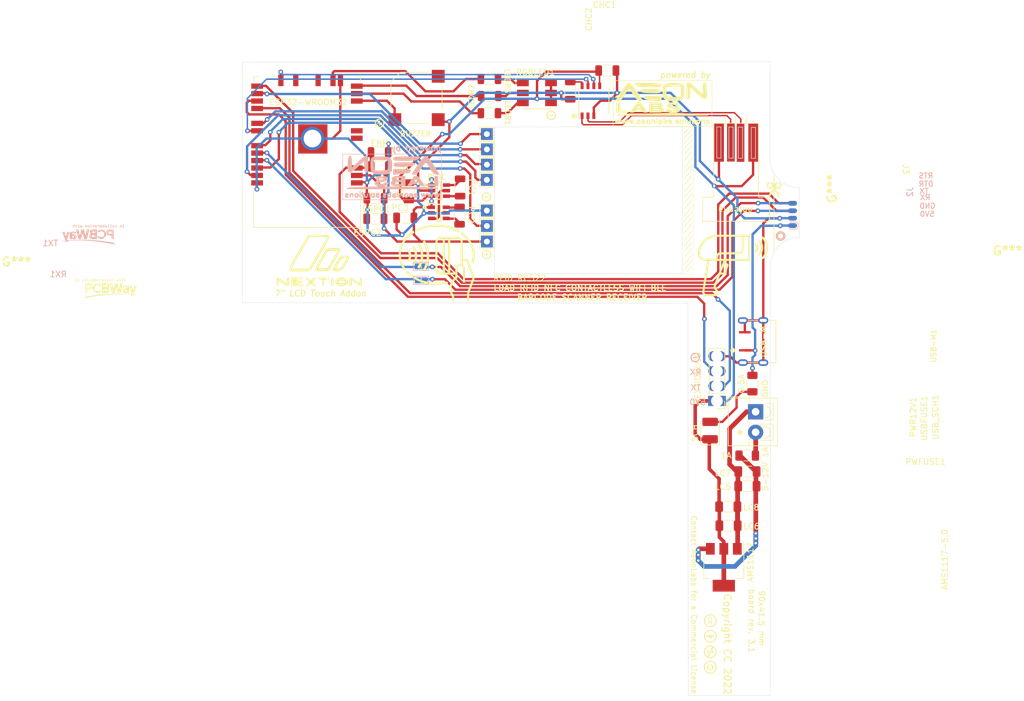
<source format=kicad_pcb>
(kicad_pcb (version 20211014) (generator pcbnew)
  (layers (0 "F.Cu" signal) (31 "B.Cu" signal) (34 "B.Paste" user) (35 "F.Paste" user) (36 "B.SilkS" user "B.Silkscreen") (37 "F.SilkS" user "F.Silkscreen") (38 "B.Mask" user) (39 "F.Mask" user) (44 "Edge.Cuts" user))
  (net 0 "")
  (net 1 "Net-(HX4002B1-Pad4)")
  (net 2 "Net-(HX4002B1-Pad6)")
  (net 3 "Net-(HX4002B2-Pad4)")
  (net 4 "Net-(HX4002B2-Pad6)")
  (net 5 "/GND")
  (net 6 "/5V0")
  (net 7 "/3V3")
  (net 8 "/IO01TX")
  (net 9 "Net-(LEDR1-Pad1)")
  (net 10 "Net-(LEDR2-Pad1)")
  (net 11 "Net-(LEDR3-Pad1)")
  (net 12 "/IO0_BOOT_DTR")
  (net 14 "/RST_EN_RTS")
  (net 15 "/IO03RX")
  (net 16 "/IO16_U2RX_NexTX")
  (net 17 "/IO17_U2TX_NexRX")
  (net 18 "/IO04_RF_SDA")
  (net 37 "Net-(AMS1117-5.0-Pad3)")
  (net 38 "/TX_IN")
  (net 39 "/RX_IN")
  (net 41 "/IO14_LED_BLUE")
  (net 42 "/IO12_LED_RED")
  (net 43 "/IO13_LED_GREEN")
  (net 44 "Net-(CH340K1-Pad1)")
  (net 45 "/IO18_RF_SCK")
  (net 46 "Net-(CH340K1-Pad2)")
  (net 47 "/IO21_RF_MISO")
  (net 48 "/IO22_RF_RST")
  (net 49 "/IO23_RF_MOSI")
  (net 50 "/IO27_BUZZER")
  (net 53 "Net-(AMS1117-5.0-Pad1)")
  (net 55 "/5V0F")
  (net 56 "Net-(USBFUSE1-Pad1)")
  (net 58 "/IO15_U1_RX")
  (net 60 "/IO19_U1_TX")
  (net 61 "Net-(CH340K1-Pad10)")
  (net 62 "Net-(PWFUSE1-Pad1)")
  (footprint "TestPoint:TestPoint_THTPad_2.0x2.0mm_Drill1.0mm" (layer "F.Cu") (at 179.54 67.62 180)
    (fp_text reference "ID3V3" hide)
    (fp_text value "RFID3v3")
  )
  (footprint "TestPoint:TestPoint_THTPad_2.0x2.0mm_Drill1.0mm" (layer "F.Cu") (at 179.53 62.33 180)
    (fp_text reference "IDGND1" hide)
    (fp_text value "RFIDGND")
  )
  (footprint "TestPoint:TestPoint_THTPad_2.0x2.0mm_Drill1.0mm" (layer "F.Cu") (at 179.53 57.09 180)
    (fp_text reference "IDMISO1" hide)
    (fp_text value "RFIDMISO")
  )
  (footprint "TestPoint:TestPoint_THTPad_2.0x2.0mm_Drill1.0mm" (layer "F.Cu") (at 179.54 54.49 180)
    (fp_text reference "IDMOSI1" hide)
    (fp_text value "RFIDMOSI")
  )
  (footprint "TestPoint:TestPoint_THTPad_2.0x2.0mm_Drill1.0mm" (layer "F.Cu") (at 179.54 64.97 180)
    (fp_text reference "IDRST1" hide)
    (fp_text value "RFIDRST")
  )
  (footprint "TestPoint:TestPoint_THTPad_2.0x2.0mm_Drill1.0mm" (layer "F.Cu") (at 179.54 51.88 180)
    (fp_text reference "IDSCK1" hide)
    (fp_text value "RFIDSCK")
  )
  (footprint "TestPoint:TestPoint_THTPad_2.0x2.0mm_Drill1.0mm" (layer "F.Cu") (at 179.53 49.28 180)
    (fp_text reference "IDSDA1" hide)
    (fp_text value "RFIDSDA")
  )
  (footprint "LED_SMD:LED_RGB_5050-6" (layer "F.Cu") (at 188.08 42.26)
    (fp_text reference "RGBLED1")
    (fp_text value "LED_RGB")
  )
  (footprint "AeonLabs:Micro_USB_pcb_socket_5pin_4weld_points" (layer "F.Cu") (at 225.67 84.86 90)
    (fp_text reference "USB-M1")
    (fp_text value "USB-M")
  )
  (footprint "Connector_PinHeader_2.54mm:PinHeader_1x04_P2.54mm_Vertical" (layer "F.Cu") (at 218.78 94.82 180)
    (fp_text reference "J1" hide)
    (fp_text value "Conn_01x04_Male")
  )
  (footprint "AeonLabs:pcbWay Logo Collab" (layer "F.Cu") (at 114.59 75.59)
    (fp_text reference "G***")
    (fp_text value "LOGO" hide)
  )
  (footprint "Capacitor_SMD:C_1206_3216Metric_Pad1.33x1.80mm_HandSolder" (layer "F.Cu") (at 220.75 116.11)
    (fp_text reference "LC6")
    (fp_text value "22uF")
  )
  (footprint "Capacitor_SMD:C_1206_3216Metric" (layer "F.Cu") (at 160.54 60.235 180)
    (fp_text reference "ESPC1")
    (fp_text value "0.1uF")
  )
  (footprint "Resistor_SMD:R_1206_3216Metric" (layer "F.Cu") (at 180.02 42.78 180)
    (fp_text reference "LEDR2")
    (fp_text value "330R")
  )
  (footprint "Capacitor_SMD:C_1206_3216Metric" (layer "F.Cu") (at 166.23 59.05 90)
    (fp_text reference "PC4")
    (fp_text value "2.2uF")
  )
  (footprint "AeonLabs:nextion logo_small" (layer "F.Cu") (at 150.95 70.87)
    (fp_text reference "G***" hide)
    (fp_text value "LOGO" hide)
  )
  (footprint "Capacitor_SMD:C_1206_3216Metric_Pad1.33x1.80mm_HandSolder" (layer "F.Cu") (at 220.71 112.87)
    (fp_text reference "LC8")
    (fp_text value "100nF")
  )
  (footprint "AeonLabs:scissors" (layer "F.Cu") (at 228.507979 58.712685 -90)
    (fp_text reference "G***")
    (fp_text value "LOGO" hide)
  )
  (footprint "Capacitor_SMD:C_1206_3216Metric" (layer "F.Cu") (at 193.76 41.85 -90)
    (fp_text reference "CHC2")
    (fp_text value "100nF")
  )
  (footprint "AeonLabs:BarCode Scanner Wireless Receiver PCB Module" (layer "F.Cu") (at 222.59 55.07 -90)
    (fp_text reference "J3")
    (fp_text value "Conn_01x04_Male")
    (fp_line (start -1.67 -0.545) (end -1.67 0.165) (layer "Edge.Cuts") (width 0.12))
    (fp_line (start -6.95 -2.76) (end -6.95 -2.05) (layer "Edge.Cuts") (width 0.12))
    (fp_line (start -6.98 -0.54) (end -6.98 0.17) (layer "Edge.Cuts") (width 0.12))
    (fp_line (start -6.98 0.17) (end -1.67 0.17) (layer "Edge.Cuts") (width 0.12))
    (fp_line (start -7.01 3.125) (end -1.7 3.125) (layer "Edge.Cuts") (width 0.12))
    (fp_line (start -7.01 3.13) (end -7.01 3.84) (layer "Edge.Cuts") (width 0.12))
    (fp_line (start -1.7 3.125) (end -1.7 3.835) (layer "Edge.Cuts") (width 0.12))
    (fp_line (start -6.98 -0.545) (end -1.67 -0.545) (layer "Edge.Cuts") (width 0.12))
    (fp_line (start -7.01 3.84) (end -1.7 3.84) (layer "Edge.Cuts") (width 0.12))
    (fp_line (start -1.64 -2.765) (end -1.64 -2.055) (layer "Edge.Cuts") (width 0.12))
    (fp_line (start -6.95 -2.765) (end -1.64 -2.765) (layer "Edge.Cuts") (width 0.12))
    (fp_line (start -6.95 -2.05) (end -1.64 -2.05) (layer "Edge.Cuts") (width 0.12))
    (fp_line (start -6.99 1.07) (end -6.99 1.78) (layer "Edge.Cuts") (width 0.12))
    (fp_line (start -6.99 1.065) (end -1.68 1.065) (layer "Edge.Cuts") (width 0.12))
    (fp_line (start -6.99 1.78) (end -1.68 1.78) (layer "Edge.Cuts") (width 0.12))
    (fp_line (start -1.68 1.065) (end -1.68 1.775) (layer "Edge.Cuts") (width 0.12))
  )
  (footprint "Capacitor_SMD:C_1206_3216Metric" (layer "F.Cu") (at 165.62 63.57 180)
    (fp_text reference "PC3")
    (fp_text value "2.2uF")
  )
  (footprint "Capacitor_SMD:C_1206_3216Metric" (layer "F.Cu") (at 161.27 54.795 180)
    (fp_text reference "ESP_EN_C1" hide)
    (fp_text value "0.1uF")
  )
  (footprint "Package_SO:SSOP-10_3.9x4.9mm_P1.00mm" (layer "F.Cu") (at 197.78 43.6 90)
    (fp_text reference "CH340K1" hide)
    (fp_text value "CH340K1")
  )
  (footprint "Capacitor_SMD:C_1206_3216Metric" (layer "F.Cu") (at 174.97 58.39 -90)
    (fp_text reference "PC1")
    (fp_text value "2.2uF")
  )
  (footprint "AeonLabs:Contactless RFID" (layer "F.Cu") (at 170.99 71.22)
    (fp_text reference "G***")
    (fp_text value "LOGO" hide)
  )
  (footprint "AeonLabs:HX4002 SOT95 P280X125-6N" (layer "F.Cu") (at 171.36 58.95)
    (fp_text reference "HX4002B1" hide)
    (fp_text value "PWIC" hide)
  )
  (footprint "AeonLabs:HX4002 SOT95 P280X125-6N" (layer "F.Cu") (at 171.31 62.74)
    (fp_text reference "HX4002B2" hide)
    (fp_text value "PWIC1" hide)
  )
  (footprint "AeonLabs:aeon logo www" (layer "F.Cu") (at 209.5 44.007666)
    (fp_text reference "G***" hide)
    (fp_text value "LOGO" hide)
  )
  (footprint "TerminalBlock_4Ucon:TerminalBlock_4Ucon_1x02_P3.50mm_Vertical" (layer "F.Cu") (at 225.37 96.67 -90)
    (fp_text reference "PWR12V1")
    (fp_text value "PWR12V")
  )
  (footprint "Resistor_SMD:R_1206_3216Metric" (layer "F.Cu") (at 179.98 39.88 180)
    (fp_text reference "LEDR3")
    (fp_text value "330R")
  )
  (footprint "MountingHole:MountingHole_3.2mm_M3_DIN965" (layer "F.Cu") (at 224.95 39.86)
    (fp_text reference "H3" hide)
    (fp_text value "MountingHole")
  )
  (footprint "Buzzer_Beeper:MagneticBuzzer_Kobitone_254-EMB84Q-RO" (layer "F.Cu") (at 167.54 43.11 90)
    (fp_text reference "BUZZER1" hide)
    (fp_text value "Buzzer")
  )
  (footprint "Capacitor_SMD:C_1206_3216Metric_Pad1.33x1.80mm_HandSolder" (layer "F.Cu") (at 223.97 109.37)
    (fp_text reference "LC5")
    (fp_text value "22uF")
  )
  (footprint "AeonLabs:aeon creative commons logos" (layer "F.Cu") (at 217.69 136.29 -90)
    (fp_text reference "G***" hide)
    (fp_text value "LOGO" hide)
  )
  (footprint "Capacitor_SMD:C_1206_3216Metric_Pad1.33x1.80mm_HandSolder" (layer "F.Cu") (at 223.98 106.87)
    (fp_text reference "LC7")
    (fp_text value "100nF")
  )
  (footprint "Capacitor_SMD:C_1206_3216Metric" (layer "F.Cu") (at 200.08 38.43)
    (fp_text reference "CHC1")
    (fp_text value "100nF")
  )
  (footprint "Resistor_SMD:R_1206_3216Metric" (layer "F.Cu") (at 179.97 45.71 180)
    (fp_text reference "LEDR1")
    (fp_text value "330R")
  )
  (footprint "Diode_SMD:D_1210_3225Metric_Pad1.42x2.65mm_HandSolder" (layer "F.Cu") (at 217.61 99.8775 90)
    (fp_text reference "USB_SCH1")
    (fp_text value "D_Schottky")
  )
  (footprint "Fuse:Fuse_1206_3216Metric" (layer "F.Cu") (at 223.94 104.15 180)
    (fp_text reference "PWFUSE1")
    (fp_text value "1A")
  )
  (footprint "Capacitor_SMD:C_1206_3216Metric" (layer "F.Cu") (at 160.52 63.735 180)
    (fp_text reference "ESPC2")
    (fp_text value "22uF")
  )
  (footprint "MountingHole:MountingHole_3.2mm_M3_DIN965" (layer "F.Cu") (at 224.98 141.19)
    (fp_text reference "H1" hide)
    (fp_text value "MountingHole")
  )
  (footprint "Package_TO_SOT_SMD:SOT-223-3_TabPin2" (layer "F.Cu") (at 219.95 123.21 -90)
    (fp_text reference "AMS1117-5.0")
    (fp_text value "AMS1117-5.0")
  )
  (footprint "Resistor_SMD:R_1206_3216Metric" (layer "F.Cu") (at 161.24 52.375 180)
    (fp_text reference "ENR1" hide)
    (fp_text value "10k")
  )
  (footprint "Capacitor_SMD:C_1206_3216Metric" (layer "F.Cu") (at 174.88 63.19 -90)
    (fp_text reference "PC2")
    (fp_text value "2.2uF")
  )
  (footprint "AeonLabs:Barcode Scanner WiFi Logo" (layer "F.Cu") (at 221.51 71.69)
    (fp_text reference "G***")
    (fp_text value "LOGO" hide)
  )
  (footprint "RF_Module:ESP32-WROOM-32" (layer "F.Cu") (at 148.85 49.35 180)
    (fp_text reference "ESP32-WROOM32")
    (fp_text value "ESP32-WROOM-32")
  )
  (footprint "Fuse:Fuse_1206_3216Metric" (layer "F.Cu") (at 224.83 91.86 90)
    (fp_text reference "USBFUSE1")
    (fp_text value "0.5A")
  )
  (footprint "TestPoint:TestPoint_Pad_Bridge_1.0x1.0mm" (layer "B.Cu") (at 168.89 74.24 180)
    (fp_text reference "RX1")
    (fp_text value "RX1")
  )
  (footprint "TestPoint:TestPoint_Pad_Bridge_1.0x1.0mm" (layer "B.Cu") (at 168.885 71.86 180)
    (fp_text reference "TX1")
    (fp_text value "TX1")
  )
  (footprint "Connector:SOIC_clipProgSmall" (layer "B.Cu") (at 232.42 62.99 -90)
    (fp_text reference "J2")
    (fp_text value "Conn_01x08_Male")
  )
  (footprint "AeonLabs:aeon logo www" (layer "B.Cu") (at 163.380001 56.547666 180)
    (fp_text reference "G***" hide)
    (fp_text value "LOGO" hide)
  )
  (footprint "AeonLabs:pcbWay Logo Collab" (layer "B.Cu") (at 112.34 66.39 180)
    (fp_text reference "G***")
    (fp_text value "LOGO" hide)
  )
  (gr_circle (center 229.640635 66.68) (end 230.27 66.68) (layer "B.SilkS") (width 0.4) (fill none))
  (gr_circle (center 215.07 87.42) (end 214.355077 87.4) (layer "B.SilkS") (width 0.2) (fill none))
  (gr_line (start 213.145 68.335) (end 214.585 66.715) (layer "F.SilkS") (width 0.1))
  (gr_line (start 212.86 48.04) (end 214.84 48.04) (layer "F.SilkS") (width 0.05))
  (gr_circle (center 179.48 69.845202) (end 180.194923 69.825202) (layer "F.SilkS") (width 0.2) (fill none))
  (gr_line (start 213.275 62.035) (end 214.545 60.515) (layer "F.SilkS") (width 0.1))
  (gr_line (start 214.84 48.04) (end 214.83 73.07) (layer "F.SilkS") (width 0.05))
  (gr_circle (center 194.44 46.19) (end 194.68 46.2) (layer "F.SilkS") (width 0.4) (fill none))
  (gr_circle (center 221.47 86.19) (end 221.68587 86.19) (layer "F.SilkS") (width 0.4) (fill none))
  (gr_line (start 213.175 60.065) (end 214.615 58.445) (layer "F.SilkS") (width 0.1))
  (gr_line (start 213.175 55.075) (end 214.605 53.365) (layer "F.SilkS") (width 0.1))
  (gr_circle (center 190.504798 46.09) (end 189.789875 46.11) (layer "F.SilkS") (width 0.2) (fill none))
  (gr_line (start 213.13 50.97) (end 214.56 49.26) (layer "F.SilkS") (width 0.1))
  (gr_line (start 213.1 51.85) (end 214.54 50.23) (layer "F.SilkS") (width 0.1))
  (gr_line (start 213.345 60.925) (end 214.605 59.415) (layer "F.SilkS") (width 0.1))
  (gr_line (start 213.245 70.305) (end 214.515 68.785) (layer "F.SilkS") (width 0.1))
  (gr_line (start 213.59 72.83) (end 214.525 71.845) (layer "F.SilkS") (width 0.1))
  (gr_line (start 213.17 49.99) (end 214.61 48.37) (layer "F.SilkS") (width 0.1))
  (gr_line (start 228.51 69.13) (end 228.51 56.38) (layer "F.SilkS") (width 0.12))
  (gr_line (start 213.27 52.71) (end 214.53 51.2) (layer "F.SilkS") (width 0.1))
  (gr_line (start 213.175 67.455) (end 214.605 65.745) (layer "F.SilkS") (width 0.1))
  (gr_line (start 213.145 55.955) (end 214.585 54.335) (layer "F.SilkS") (width 0.1))
  (gr_line (start 213.08 49.2) (end 213.98 48.29) (layer "F.SilkS") (width 0.1))
  (gr_line (start 213.315 56.815) (end 214.575 55.305) (layer "F.SilkS") (width 0.1))
  (gr_line (start 223.8 47.29) (end 223.8 46.29) (layer "F.SilkS") (width 0.12))
  (gr_line (start 213.205 59.185) (end 214.635 57.475) (layer "F.SilkS") (width 0.1))
  (gr_circle (center 222.71 100.21) (end 222.92587 100.21) (layer "F.SilkS") (width 0.4) (fill none))
  (gr_line (start 213.105 64.185) (end 214.545 62.565) (layer "F.SilkS") (width 0.1))
  (gr_line (start 213.2 53.82) (end 214.47 52.3) (layer "F.SilkS") (width 0.1))
  (gr_line (start 213.275 65.045) (end 214.535 63.535) (layer "F.SilkS") (width 0.1))
  (gr_line (start 220.2 48.32) (end 220.2 46.29) (layer "F.SilkS") (width 0.12))
  (gr_line (start 212.84 73.07) (end 214.83 73.07) (layer "F.SilkS") (width 0.05))
  (gr_line (start 213.315 69.195) (end 214.575 67.685) (layer "F.SilkS") (width 0.1))
  (gr_circle (center 179.46 60.015202) (end 178.745077 60.035202) (layer "F.SilkS") (width 0.2) (fill none))
  (gr_line (start 213.135 63.305) (end 214.565 61.595) (layer "F.SilkS") (width 0.1))
  (gr_line (start 213.125 71.615) (end 214.555 69.905) (layer "F.SilkS") (width 0.1))
  (gr_line (start 213.245 57.925) (end 214.515 56.405) (layer "F.SilkS") (width 0.1))
  (gr_line (start 221.97 47.31) (end 221.97 46.31) (layer "F.SilkS") (width 0.12))
  (gr_line (start 213.205 66.155) (end 214.475 64.635) (layer "F.SilkS") (width 0.1))
  (gr_line (start 213.095 72.495) (end 214.535 70.875) (layer "F.SilkS") (width 0.1))
  (gr_circle (center 161.254798 47.41) (end 161.969721 47.39) (layer "F.SilkS") (width 0.2) (fill none))
  (gr_line (start 137.83 36.99) (end 137.83 78.06) (layer "Edge.Cuts") (width 0.05))
  (gr_line (start 232.82 58.44) (end 232.84 66.92) (layer "Edge.Cuts") (width 0.05))
  (gr_line (start 180.84 73.06) (end 180.83 48.05) (layer "Edge.Cuts") (width 0.05))
  (gr_line (start 213.87 145.095) (end 213.83 78.1) (layer "Edge.Cuts") (width 0.05))
  (gr_line (start 137.83 36.99) (end 227.83 36.95) (layer "Edge.Cuts") (width 0.05))
  (gr_line (start 180.83 48.05) (end 212.85 48.04) (layer "Edge.Cuts") (width 0.05))
  (gr_arc (start 227.84 71.92) (mid 229.304466 68.384466) (end 232.84 66.92) (layer "Edge.Cuts") (width 0.05))
  (gr_line (start 213.83 78.1) (end 137.83 78.06) (layer "Edge.Cuts") (width 0.05))
  (gr_line (start 212.84 73.07) (end 180.84 73.06) (layer "Edge.Cuts") (width 0.05))
  (gr_line (start 227.84 71.92) (end 227.87 145.095) (layer "Edge.Cuts") (width 0.05))
  (gr_arc (start 232.82 58.44) (mid 229.284466 56.975534) (end 227.82 53.44) (layer "Edge.Cuts") (width 0.05))
  (gr_line (start 227.82 53.44) (end 227.83 36.95) (layer "Edge.Cuts") (width 0.05))
  (gr_line (start 227.87 145.095) (end 213.87 145.095) (layer "Edge.Cuts") (width 0.05))
  (gr_line (start 212.85 48.04) (end 212.84 73.07) (layer "Edge.Cuts") (width 0.05))
  (gr_text "GND\n" (at 254.69 61.54) (layer "B.SilkS") (effects (font (size 0.9 0.9)) (justify mirror)))
  (gr_text "TX" (at 254.12 59) (layer "B.SilkS") (effects (font (size 0.9 0.9)) (justify mirror)))
  (gr_text "-" (at 215.07 87.345202) (layer "B.SilkS") (effects (font (size 1 1)) (justify mirror)))
  (gr_text "powered by" (at 167.52 51.69) (layer "B.SilkS") (effects (font (size 1 1) (thickness 0.2) italic) (justify mirror)))
  (gr_text "TX" (at 215.16 92.56) (layer "B.SilkS") (effects (font (size 1 1)) (justify mirror)))
  (gr_text "5V0" (at 215.5 95.03) (layer "B.SilkS") (effects (font (size 1 1)) (justify mirror)))
  (gr_text "RX" (at 254.3 60.09) (layer "B.SilkS") (effects (font (size 0.9 0.9)) (justify mirror)))
  (gr_text "RX" (at 215.15 89.91) (layer "B.SilkS") (effects (font (size 1 1)) (justify mirror)))
  (gr_text "5V0" (at 254.64 62.92) (layer "B.SilkS") (effects (font (size 0.9 0.9)) (justify mirror)))
  (gr_text "RTS" (at 254.42 56.38) (layer "B.SilkS") (effects (font (size 0.9 0.9)) (justify mirror)))
  (gr_text "DTR" (at 254.44 57.78) (layer "B.SilkS") (effects (font (size 0.9 0.9)) (justify mirror)))
  (gr_text "90x41.5 mm" (at 226.4 131.94 -90) (layer "F.SilkS") (effects (font (size 1 1))))
  (gr_text "RFID RC522" (at 185.13 73.87) (layer "F.SilkS") (effects (font (size 1 1))))
  (gr_text "LDAD RFID NFC CONTACTLESS WiFi BLE \nBARCODE SCANNER RECEIVER" (at 195.81 76.34) (layer "F.SilkS") (effects (font (size 1 1) (thickness 0.2))))
  (gr_text "Copyright CC 2022 " (at 220.55 136.8 -90) (layer "F.SilkS") (effects (font (size 1.2 1.2) (thickness 0.2))))
  (gr_text "USB-M" (at 226.73 84.7 90) (layer "F.SilkS") (effects (font (size 1 1))))
  (gr_text "GND" (at 226.99 92.72 90) (layer "F.SilkS") (effects (font (size 1 1))))
  (gr_text "board rev. 3.1" (at 224.68 126.84 -90) (layer "F.SilkS") (effects (font (size 1 1)) (justify left)))
  (gr_text "powered by" (at 213.36 39.17) (layer "F.SilkS") (effects (font (size 1 1) (thickness 0.2) italic)))
  (gr_text "NEXTIONLCD" (at 215.52 91 90) (layer "F.SilkS") (effects (font (size 1 1))))
  (gr_text "-" (at 179.46 60.09 180) (layer "F.SilkS") (effects (font (size 1 1))))
  (gr_text "1A" (at 220.36 104.12) (layer "F.SilkS") (effects (font (size 1 1))))
  (gr_text "BUZZER" (at 167.374798 49.21) (layer "F.SilkS") (effects (font (size 0.9 0.9))))
  (gr_text "+" (at 179.47 69.765202) (layer "F.SilkS") (effects (font (size 1 1))))
  (gr_text "+" (at 161.244798 47.33) (layer "F.SilkS") (effects (font (size 1 1))))
  (gr_text "-" (at 190.504798 46.164798 180) (layer "F.SilkS") (effects (font (size 1 1))))
  (gr_text "AMS1117" (at 224.49 122.35 90) (layer "F.SilkS") (effects (font (size 1 1))))
  (gr_text "SCH" (at 215.03 100.3 90) (layer "F.SilkS") (effects (font (size 1 1))))
  (gr_text "5-12V 1A" (at 227.02 106.45 90) (layer "F.SilkS") (effects (font (size 1 1))))
  (gr_text "7{dblquote} LCD Touch Addon" (at 151.15 76.47) (layer "F.SilkS") (effects (font (size 1 1) (thickness 0.2) italic)))
  (gr_text "Contact AeonLabs for a Commercial License" (at 214.87 129.61 -90) (layer "F.SilkS") (effects (font (size 0.9 0.9))))
  (gr_text "ENC" (at 165.2 54.87) (layer "F.SilkS") (effects (font (size 1 1))))
  (gr_text "0.5A" (at 222.93 91.89 90) (layer "F.SilkS") (effects (font (size 1 1))))
  (gr_text "PWIC" (at 171.02 56.64) (layer "F.SilkS") (effects (font (size 0.9 0.9))))
  (gr_text "ENR" (at 161.21 50.79) (layer "F.SilkS") (effects (font (size 1 1))))
  (segment (start 172.565 59.875) (end 174.63 59.875) (width 0.4) (layer "F.Cu") (net 1))
  (segment (start 174.15 57.975) (end 174.915 57.21) (width 0.4) (layer "F.Cu") (net 2))
  (segment (start 172.565 57.975) (end 174.15 57.975) (width 0.4) (layer "F.Cu") (net 2))
  (segment (start 174.28 63.845) (end 174.905 64.47) (width 0.4) (layer "F.Cu") (net 3))
  (segment (start 174.15 63.715) (end 174.905 64.47) (width 0.4) (layer "F.Cu") (net 3))
  (segment (start 172.565 63.715) (end 174.15 63.715) (width 0.4) (layer "F.Cu") (net 3))
  (segment (start 172.565 61.815) (end 174.61 61.815) (width 0.4) (layer "F.Cu") (net 4))
  (segment (start 170.065 58.925) (end 168.165 58.925) (width 0.4) (layer "F.Cu") (net 5))
  (segment (start 154.535 48.725) (end 153.2 50.06) (width 0.4) (layer "F.Cu") (net 5))
  (segment (start 226.68 64.54) (end 226.68 88.29) (width 0.4) (layer "F.Cu") (net 5))
  (segment (start 218.785 87.36) (end 218.785 86.685) (width 0.4) (layer "F.Cu") (net 5))
  (segment (start 200.49 43.58) (end 201.75 42.32) (width 0.4) (layer "F.Cu") (net 5))
  (segment (start 162.42 56.355) (end 161.69 56.355) (width 0.4) (layer "F.Cu") (net 5))
  (segment (start 219.12 56.81) (end 218.95 56.98) (width 0.4) (layer "F.Cu") (net 5))
  (segment (start 171.204798 47.17) (end 173.11 47.17) (width 0.4) (layer "F.Cu") (net 5))
  (segment (start 201.75 38.625) (end 201.555 38.43) (width 0.4) (layer "F.Cu") (net 5))
  (segment (start 223.54 83.1) (end 223.54 81.43) (width 0.4) (layer "F.Cu") (net 5))
  (segment (start 229.49 63.66) (end 227.56 63.66) (width 0.4) (layer "F.Cu") (net 5))
  (segment (start 140.32 57.56) (end 140.32 58.68) (width 0.4) (layer "F.Cu") (net 5))
  (segment (start 159.065 60.235) (end 159.065 57.65) (width 0.4) (layer "F.Cu") (net 5))
  (segment (start 201.75 42.32) (end 201.75 42.24) (width 0.4) (layer "F.Cu") (net 5))
  (segment (start 173.14 47.14) (end 173.14 49.81) (width 0.4) (layer "F.Cu") (net 5))
  (segment (start 159.065 57.65) (end 159.19 57.525) (width 0.4) (layer "F.Cu") (net 5))
  (segment (start 222.09 88.28) (end 221.01 87.2) (width 0.4) (layer "F.Cu") (net 5))
  (segment (start 167.78 57.74) (end 167.805 57.765) (width 0.4) (layer "F.Cu") (net 5))
  (segment (start 170.065 62.765) (end 168.725 62.765) (width 0.4) (layer "F.Cu") (net 5))
  (segment (start 223.21 88.28) (end 222.09 88.28) (width 0.4) (layer "F.Cu") (net 5))
  (segment (start 226.68 81.07) (end 223.22 81.07) (width 0.4) (layer "F.Cu") (net 5))
  (segment (start 167.805 58.565) (end 167.805 57.765) (width 0.4) (layer "F.Cu") (net 5))
  (segment (start 223.22 88.29) (end 223.21 88.28) (width 0.4) (layer "F.Cu") (net 5))
  (segment (start 168.165 58.925) (end 167.805 58.565) (width 0.4) (layer "F.Cu") (net 5))
  (segment (start 221.01 87.2) (end 218.78 87.2) (width 0.4) (layer "F.Cu") (net 5))
  (segment (start 223.54 81.43) (end 223.2 81.09) (width 0.4) (layer "F.Cu") (net 5))
  (segment (start 190.48 40.56) (end 190.48 43.96) (width 0.4) (layer "F.Cu") (net 5))
  (segment (start 162.745 54.795) (end 162.745 56.03) (width 0.4) (layer "F.Cu") (net 5))
  (segment (start 226.68 88.29) (end 223.22 88.29) (width 0.4) (layer "F.Cu") (net 5))
  (segment (start 166.275 57.74) (end 167.78 57.74) (width 0.4) (layer "F.Cu") (net 5))
  (segment (start 154.535 40.05) (end 154.535 48.725) (width 0.4) (layer "F.Cu") (net 5))
  (segment (start 159.195 60.235) (end 159.195 62.16) (width 0.4) (layer "F.Cu") (net 5))
  (segment (start 192.22 42.24) (end 190.5 42.24) (width 0.4) (layer "F.Cu") (net 5))
  (segment (start 227.56 63.66) (end 226.68 64.54) (width 0.4) (layer "F.Cu") (net 5))
  (segment (start 173.14 49.81) (end 167.805 55.145) (width 0.4) (layer "F.Cu") (net 5))
  (segment (start 159.195 62.16) (end 159.195 63.665) (width 0.4) (layer "F.Cu") (net 5))
  (segment (start 190.5 42.24) (end 190.48 42.26) (width 0.4) (layer "F.Cu") (net 5))
  (segment (start 197.78 44.73) (end 198.93 43.58) (width 0.4) (layer "F.Cu") (net 5))
  (segment (start 159.23 57.495) (end 157.535 57.495) (width 0.4) (layer "F.Cu") (net 5))
  (segment (start 223.22 81.07) (end 223.2 81.09) (width 0.4) (layer "F.Cu") (net 5))
  (segment (start 197.78 46.15) (end 197.78 44.73) (width 0.4) (layer "F.Cu") (net 5))
  (segment (start 164.145 63.57) (end 164.145 65.545) (width 0.4) (layer "F.Cu") (net 5))
  (segment (start 192.22 43.19) (end 192.355 43.325) (width 0.4) (layer "F.Cu") (net 5))
  (segment (start 198.93 43.58) (end 200.49 43.58) (width 0.4) (layer "F.Cu") (net 5))
  (segment (start 219.12 50.74) (end 219.12 56.81) (width 0.4) (layer "F.Cu") (net 5))
  (segment (start 173.11 47.17) (end 173.14 47.14) (width 0.4) (layer "F.Cu") (net 5))
  (segment (start 164.145 65.545) (end 165.07 66.47) (width 0.4) (layer "F.Cu") (net 5))
  (segment (start 201.75 42.24) (end 201.75 38.625) (width 0.4) (layer "F.Cu") (net 5))
  (segment (start 192.22 42.24) (end 192.22 43.19) (width 0.4) (layer "F.Cu") (net 5))
  (segment (start 162.745 56.03) (end 162.42 56.355) (width 0.4) (layer "F.Cu") (net 5))
  (segment (start 192.355 43.325) (end 193.76 43.325) (width 0.4) (layer "F.Cu") (net 5))
  (segment (start 167.805 55.145) (end 167.805 57.765) (width 0.4) (layer "F.Cu") (net 5))
  (segment (start 153.2 50.06) (end 149.82 50.06) (width 0.4) (layer "F.Cu") (net 5))
  (via (at 161.69 56.355) (size 0.8) (drill 0.4) (layers "F.Cu" "B.Cu") (net 5))
  (via (at 168.785 62.805) (size 0.8) (drill 0.4) (layers "F.Cu" "B.Cu") (net 5))
  (via (at 149.79 50.035) (size 4) (drill 3) (layers "F.Cu" "B.Cu") (net 5))
  (via (at 159.195 62.16) (size 0.8) (drill 0.4) (layers "F.Cu" "B.Cu") (net 5))
  (via (at 218.99 56.99) (size 0.8) (drill 0.4) (layers "F.Cu" "B.Cu") (net 5))
  (via (at 173.14 47.14) (size 0.8) (drill 0.4) (layers "F.Cu" "B.Cu") (net 5))
  (via (at 192.22 42.24) (size 0.8) (drill 0.4) (layers "F.Cu" "B.Cu") (net 5))
  (via (at 229.49 63.66) (size 0.8) (drill 0.4) (layers "F.Cu" "B.Cu") (net 5))
  (via (at 159.07 57.545) (size 0.8) (drill 0.4) (layers "F.Cu" "B.Cu") (net 5))
  (via (at 140.32 58.68) (size 0.8) (drill 0.4) (layers "F.Cu" "B.Cu") (net 5))
  (via (at 167.805 57.765) (size 0.8) (drill 0.4) (layers "F.Cu" "B.Cu") (net 5))
  (via (at 201.75 42.24) (size 0.8) (drill 0.4) (layers "F.Cu" "B.Cu") (net 5))
  (via (at 165.07 66.47) (size 0.8) (drill 0.4) (layers "F.Cu" "B.Cu") (net 5))
  (segment (start 231.42 63.63) (end 229.66 63.63) (width 0.4) (layer "B.Cu") (net 5))
  (segment (start 160.3 56.315) (end 159.07 57.545) (width 0.4) (layer "B.Cu") (net 5))
  (segment (start 223.48 63.66) (end 229.49 63.66) (width 0.4) (layer "B.Cu") (net 5))
  (segment (start 149.79 50.035) (end 141.935 50.035) (width 0.4) (layer "B.Cu") (net 5))
  (segment (start 165 66.59) (end 168.785 62.805) (width 0.4) (layer "B.Cu") (net 5))
  (segment (start 215.87 47.24) (end 215.87 53.87) (width 0.4) (layer "B.Cu") (net 5))
  (segment (start 159.195 62.16) (end 159.195 62.155) (width 0.4) (layer "B.Cu") (net 5))
  (segment (start 178.04 42.24) (end 173.14 47.14) (width 0.4) (layer "B.Cu") (net 5))
  (segment (start 167.805 59.875) (end 167.805 60.845) (width 0.4) (layer "B.Cu") (net 5))
  (segment (start 159.07 57.545) (end 159.07 53.21) (width 0.4) (layer "B.Cu") (net 5))
  (segment (start 222.265 60.265) (end 222.265 62.445) (width 0.4) (layer "B.Cu") (net 5))
  (segment (start 167.805 60.845) (end 168.785 61.825) (width 0.4) (layer "B.Cu") (net 5))
  (segment (start 192.22 42.24) (end 178.04 42.24) (width 0.4) (layer "B.Cu") (net 5))
  (segment (start 178.13 62.33) (end 177.91 62.33) (width 0.4) (layer "B.Cu") (net 5))
  (segment (start 161.65 56.315) (end 161.69 56.355) (width 0.4) (layer "B.Cu") (net 5))
  (segment (start 167.805 59.025) (end 167.805 59.875) (width 0.4) (layer "B.Cu") (net 5))
  (segment (start 215.87 53.87) (end 218.99 56.99) (width 0.4) (layer "B.Cu") (net 5))
  (segment (start 167.805 59.025) (end 167.805 57.765) (width 0.4) (layer "B.Cu") (net 5))
  (segment (start 159.07 53.21) (end 155.895 50.035) (width 0.4) (layer "B.Cu") (net 5))
  (segment (start 179.53 62.33) (end 178.13 62.33) (width 0.4) (layer "B.Cu") (net 5))
  (segment (start 210.87 42.24) (end 215.87 47.24) (width 0.4) (layer "B.Cu") (net 5))
  (segment (start 218.99 56.99) (end 222.265 60.265) (width 0.4) (layer "B.Cu") (net 5))
  (segment (start 162.7 66.59) (end 164.11 66.59) (width 0.4) (layer "B.Cu") (net 5))
  (segment (start 159.535 66.085) (end 160.04 66.59) (width 0.4) (layer "B.Cu") (net 5))
  (segment (start 159.195 65.745) (end 159.535 66.085) (width 0.4) (layer "B.Cu") (net 5))
  (segment (start 218.525 87.62) (end 218.785 87.36) (width 0.4) (layer "B.Cu") (net 5))
  (segment (start 160.3 56.315) (end 161.65 56.315) (width 0.4) (layer "B.Cu") (net 5))
  (segment (start 168.785 61.825) (end 168.785 62.805) (width 0.4) (layer "B.Cu") (net 5))
  (segment (start 141.935 50.035) (end 140.28 51.69) (width 0.4) (layer "B.Cu") (net 5))
  (segment (start 162.45 66.59) (end 165 66.59) (width 0.4) (layer "B.Cu") (net 5))
  (segment (start 173.28 62.33) (end 172.805 62.805) (width 0.4) (layer "B.Cu") (net 5))
  (segment (start 178.13 62.33) (end 173.28 62.33) (width 0.4) (layer "B.Cu") (net 5))
  (segment (start 222.265 62.445) (end 223.48 63.66) (width 0.4) (layer "B.Cu") (net 5))
  (segment (start 140.28 51.69) (end 140.28 58.72) (width 0.4) (layer "B.Cu") (net 5))
  (segment (start 168.785 62.805) (end 172.805 62.805) (width 0.4) (layer "B.Cu") (net 5))
  (segment (start 201.75 42.24) (end 210.87 42.24) (width 0.4) (layer "B.Cu") (net 5))
  (segment (start 160.04 66.59) (end 162.45 66.59) (width 0.4) (layer "B.Cu") (net 5))
  (segment (start 192.22 42.24) (end 201.75 42.24) (width 0.4) (layer "B.Cu") (net 5))
  (segment (start 155.895 50.035) (end 149.79 50.035) (width 0.4) (layer "B.Cu") (net 5))
  (segment (start 162.45 66.59) (end 162.7 66.59) (width 0.4) (layer "B.Cu") (net 5))
  (segment (start 159.195 62.16) (end 159.195 65.745) (width 0.4) (layer "B.Cu") (net 5))
  (segment (start 224.94 51.64) (end 224.94 56.22) (width 0.4) (layer "F.Cu") (net 6))
  (segment (start 169.305 59.875) (end 170.065 59.875) (width 0.4) (layer "F.Cu") (net 6))
  (segment (start 198.68 39.13) (end 198.17 38.62) (width 0.4) (layer "F.Cu") (net 6))
  (segment (start 215.07 95.67) (end 215.92 94.82) (width 0.6) (layer "F.Cu") (net 6))
  (segment (start 165.91 60.62) (end 167.405 60.62) (width 0.4) (layer "F.Cu") (net 6))
  (segment (start 198.17 38.62) (end 189.66 38.62) (width 0.4) (layer "F.Cu") (net 6))
  (segment (start 219.16 112.27) (end 219.16 112.58) (width 0.4) (layer "F.Cu") (net 6))
  (segment (start 217.475 106.435) (end 217.475 101.5) (width 0.6) (layer "F.Cu") (net 6))
  (segment (start 164.73 59.87) (end 164.73 56.48) (width 0.4) (layer "F.Cu") (net 6))
  (segment (start 171.085 59.875) (end 170.065 59.875) (width 0.4) (layer "F.Cu") (net 6))
  (segment (start 171.755 58.925) (end 171.455 59.225) (width 0.4) (layer "F.Cu") (net 6))
  (segment (start 217.475 101.5) (end 217.61 101.365) (width 0.8) (layer "F.Cu") (net 6))
  (segment (start 198.885 39.13) (end 198.68 39.13) (width 0.4) (layer "F.Cu") (net 6))
  (segment (start 171.355 60.015) (end 171.355 59.675) (width 0.4) (layer "F.Cu") (net 6))
  (segment (start 219.1875 118.0775) (end 219.1875 116.11) (width 0.6) (layer "F.Cu") (net 6))
  (segment (start 219.1475 112.87) (end 219.1475 108.1075) (width 0.6) (layer "F.Cu") (net 6))
  (segment (start 219.95 120.06) (end 219.95 118.84) (width 0.6) (layer "F.Cu") (net 6))
  (segment (start 219.1875 116.11) (end 219.1875 112.91) (width 0.6) (layer "F.Cu") (net 6))
  (segment (start 215.925 101.365) (end 215.07 100.51) (width 0.6) (layer "F.Cu") (net 6))
  (segment (start 171.355 63.375) (end 171.355 60.015) (width 0.4) (layer "F.Cu") (net 6))
  (segment (start 189.66 38.62) (end 188.09 40.19) (width 0.4) (layer "F.Cu") (net 6))
  (segment (start 164.73 56.48) (end 171.93 49.28) (width 0.4) (layer "F.Cu") (net 6))
  (segment (start 219.1875 112.91) (end 219.1475 112.87) (width 0.8) (layer "F.Cu") (net 6))
  (segment (start 167.405 60.62) (end 168.56 60.62) (width 0.4) (layer "F.Cu") (net 6))
  (segment (start 215.92 94.82) (end 218.78 94.82) (width 0.6) (layer "F.Cu") (net 6))
  (segment (start 198.76 38.585) (end 198.605 38.43) (width 0.25) (layer "F.Cu") (net 6))
  (segment (start 168.56 60.62) (end 169.305 59.875) (width 0.4) (layer "F.Cu") (net 6))
  (segment (start 217.61 101.365) (end 215.925 101.365) (width 0.6) (layer "F.Cu") (net 6))
  (segment (start 188.09 40.19) (end 188.09 43.25) (width 0.4) (layer "F.Cu") (net 6))
  (segment (start 172.565 62.765) (end 171.545 62.765) (width 0.4) (layer "F.Cu") (net 6))
  (segment (start 222.99 58.17) (end 218.46 58.17) (width 0.4) (layer "F.Cu") (net 6))
  (segment (start 171.355 59.325) (end 171.455 59.225) (width 0.4) (layer "F.Cu") (net 6))
  (segment (start 165.51 60.65) (end 164.73 59.87) (width 0.4) (layer "F.Cu") (net 6))
  (segment (start 215.07 100.51) (end 215.07 95.67) (width 0.6) (layer "F.Cu") (net 6))
  (segment (start 171.015 63.715) (end 170.065 63.715) (width 0.4) (layer "F.Cu") (net 6))
  (segment (start 166.225 60.65) (end 165.51 60.65) (width 0.4) (layer "F.Cu") (net 6))
  (segment (start 171.355 63.375) (end 171.015 63.715) (width 0.4) (layer "F.Cu") (net 6))
  (segment (start 170.065 59.875) (end 169.365 59.875) (width 0.4) (layer "F.Cu") (net 6))
  (segment (start 172.565 58.925) (end 171.755 58.925) (width 0.4) (layer "F.Cu") (net 6))
  (segment (start 218.7 94.945) (end 218.785 94.86) (width 0.4) (layer "F.Cu") (net 6))
  (segment (start 171.355 60.015) (end 171.355 59.325) (width 0.4) (layer "F.Cu") (net 6))
  (segment (start 219.1475 108.1075) (end 217.475 106.435) (width 0.6) (layer "F.Cu") (net 6))
  (segment (start 219.95 126.36) (end 219.95 120.06) (width 0.8) (layer "F.Cu") (net 6))
  (segment (start 219.95 118.84) (end 219.1875 118.0775) (width 0.6) (layer "F.Cu") (net 6))
  (segment (start 198.76 41.45) (end 198.76 38.585) (width 0.25) (layer "F.Cu") (net 6))
  (segment (start 171.355 59.675) (end 171.32 59.64) (width 0.4) (layer "F.Cu") (net 6))
  (segment (start 224.94 56.22) (end 222.99 58.17) (width 0.4) (layer "F.Cu") (net 6))
  (via (at 171.93 49.28) (size 0.8) (drill 0.4) (layers "F.Cu" "B.Cu") (net 6))
  (via (at 218.32 58.13) (size 0.8) (drill 0.4) (layers "F.Cu" "B.Cu") (net 6))
  (via (at 188.09 43.25) (size 0.8) (drill 0.4) (layers "F.Cu" "B.Cu") (net 6))
  (segment (start 210.4 43.25) (end 215.1 47.95) (width 0.4) (layer "B.Cu") (net 6))
  (segment (start 215.1 54.89) (end 216.7 56.49) (width 0.4) (layer "B.Cu") (net 6))
  (segment (start 221.66 61.45) (end 221.66 93.75) (width 0.4) (layer "B.Cu") (net 6))
  (segment (start 188.09 43.25) (end 210.4 43.25) (width 0.4) (layer "B.Cu") (net 6))
  (segment (start 215.1 47.95) (end 215.1 54.89) (width 0.4) (layer "B.Cu") (net 6))
  (segment (start 171.93 49.28) (end 173.14 49.28) (width 0.4) (layer "B.Cu") (net 6))
  (segment (start 173.14 49.28) (end 179.17 43.25) (width 0.4) (layer "B.Cu") (net 6))
  (segment (start 221.66 93.75) (end 220.59 94.82) (width 0.4) (layer "B.Cu") (net 6))
  (segment (start 179.17 43.25) (end 188.09 43.25) (width 0.4) (layer "B.Cu") (net 6))
  (segment (start 220.59 94.82) (end 218.78 94.82) (width 0.4) (layer "B.Cu") (net 6))
  (segment (start 216.7 56.49) (end 221.66 61.45) (width 0.4) (layer "B.Cu") (net 6))
  (segment (start 219.59 94.86) (end 218.785 94.86) (width 0.4) (layer "B.Cu") (net 6))
  (segment (start 170.1 61.77) (end 167.56 61.77) (width 0.4) (layer "F.Cu") (net 7))
  (segment (start 170.1 60.78) (end 170.09 60.77) (width 0.4) (layer "F.Cu") (net 7))
  (segment (start 168.27 67.62) (end 167.095 66.445) (width 0.4) (layer "F.Cu") (net 7))
  (segment (start 164.24 67.62) (end 162.01 65.39) (width 0.4) (layer "F.Cu") (net 7))
  (segment (start 170.1 61.77) (end 170.1 60.78) (width 0.4) (layer "F.Cu") (net 7))
  (segment (start 167.095 62.235) (end 167.095 63.57) (width 0.4) (layer "F.Cu") (net 7))
  (segment (start 170.095 61.765) (end 170.1 61.77) (width 0.4) (layer "F.Cu") (net 7))
  (segment (start 179.54 67.62) (end 168.27 67.62) (width 0.4) (layer "F.Cu") (net 7))
  (segment (start 159.665 56.32) (end 157.52 56.32) (width 0.4) (layer "F.Cu") (net 7))
  (segment (start 162.7025 52.305) (end 162.7025 50.9625) (width 0.4) (layer "F.Cu") (net 7))
  (segment (start 162.175 63.615) (end 162.105 63.685) (width 0.4) (layer "F.Cu") (net 7))
  (segment (start 162.7025 50.9625) (end 162.745 50.92) (width 0.4) (layer "F.Cu") (net 7))
  (segment (start 162.015 58.67) (end 159.665 56.32) (width 0.4) (layer "F.Cu") (net 7))
  (segment (start 162.015 60.235) (end 162.015 58.67) (width 0.4) (layer "F.Cu") (net 7))
  (segment (start 168.27 67.62) (end 164.24 67.62) (width 0.4) (layer "F.Cu") (net 7))
  (segment (start 167.095 66.445) (end 167.095 63.57) (width 0.4) (layer "F.Cu") (net 7))
  (segment (start 167.56 61.77) (end 167.095 62.235) (width 0.4) (layer "F.Cu") (net 7))
  (segment (start 161.995 63.735) (end 161.995 65.12) (width 0.4) (layer "F.Cu") (net 7))
  (segment (start 162.075 63.735) (end 162.075 60.305) (width 0.4) (layer "F.Cu") (net 7))
  (segment (start 170.115 58.07) (end 170.115 56.88) (width 0.4) (layer "F.Cu") (net 7))
  (via (at 170.11 60.73) (size 0.8) (drill 0.4) (layers "F.Cu" "B.Cu") (net 7))
  (via (at 170.105 57.025) (size 0.8) (drill 0.4) (layers "F.Cu" "B.Cu") (net 7))
  (via (at 162.01 65.39) (size 0.8) (drill 0.4) (layers "F.Cu" "B.Cu") (net 7))
  (via (at 162.745 50.92) (size 0.8) (drill 0.4) (layers "F.Cu" "B.Cu") (net 7))
  (segment (start 161.94 65.43) (end 161.94 60) (width 0.4) (layer "B.Cu") (net 7))
  (segment (start 161.94 60) (end 162.745 59.195) (width 0.4) (layer "B.Cu") (net 7))
  (segment (start 170.105 60.755) (end 170.09 60.77) (width 0.4) (layer "B.Cu") (net 7))
  (segment (start 170.085 57.045) (end 170.105 57.025) (width 0.4) (layer "B.Cu") (net 7))
  (segment (start 162.745 59.195) (end 162.745 50.92) (width 0.4) (layer "B.Cu") (net 7))
  (segment (start 170.105 57.025) (end 170.105 60.755) (width 0.4) (layer "B.Cu") (net 7))
  (segment (start 140.32 53.75) (end 142.01 53.75) (width 0.4) (layer "F.Cu") (net 8))
  (via (at 142.01 53.75) (size 0.8) (drill 0.4) (layers "F.Cu" "B.Cu") (net 8))
  (segment (start 162.3 74.04) (end 167.695 74.04) (width 0.4) (layer "B.Cu") (net 8))
  (segment (start 142.01 53.75) (end 162.3 74.04) (width 0.4) (layer "B.Cu") (net 8))
  (segment (start 184.77 43.96) (end 183.03 45.7) (width 0.4) (layer "F.Cu") (net 9))
  (segment (start 183.03 45.7) (end 181.4425 45.7) (width 0.4) (layer "F.Cu") (net 9))
  (segment (start 185.68 43.96) (end 184.77 43.96) (width 0.4) (layer "F.Cu") (net 9))
  (segment (start 181.4425 45.7) (end 181.4325 45.71) (width 0.4) (layer "F.Cu") (net 9))
  (segment (start 183.29 42.26) (end 185.68 42.26) (width 0.4) (layer "F.Cu") (net 10))
  (segment (start 182.77 42.78) (end 183.29 42.26) (width 0.4) (layer "F.Cu") (net 10))
  (segment (start 185.61 42.33) (end 185.68 42.26) (width 0.25) (layer "F.Cu") (net 10))
  (segment (start 181.4825 42.78) (end 182.77 42.78) (width 0.4) (layer "F.Cu") (net 10))
  (segment (start 181.91 39.97) (end 181.08 39.97) (width 0.25) (layer "F.Cu") (net 11))
  (segment (start 185.68 40.56) (end 184.28 40.56) (width 0.4) (layer "F.Cu") (net 11))
  (segment (start 183.65 39.93) (end 181.4925 39.93) (width 0.4) (layer "F.Cu") (net 11))
  (segment (start 181.4925 39.93) (end 181.4425 39.88) (width 0.4) (layer "F.Cu") (net 11))
  (segment (start 184.28 40.56) (end 183.65 39.93) (width 0.4) (layer "F.Cu") (net 11))
  (segment (start 146.5 55.56) (end 161.38 70.44) (width 0.4) (layer "F.Cu") (net 12))
  (segment (start 221.95 60.11) (end 226.67 60.11) (width 0.4) (layer "F.Cu") (net 12))
  (segment (start 146.5 45.68) (end 146.5 55.56) (width 0.4) (layer "F.Cu") (net 12))
  (segment (start 219.72 62.34) (end 221.95 60.11) (width 0.4) (layer "F.Cu") (net 12))
  (segment (start 218.16 74.64) (end 219.72 73.08) (width 0.4) (layer "F.Cu") (net 12))
  (segment (start 175.28 74.64) (end 218.16 74.64) (width 0.4) (layer "F.Cu") (net 12))
  (segment (start 231.645 62.38) (end 231.67 62.355) (width 0.4) (layer "F.Cu") (net 12))
  (segment (start 161.38 70.44) (end 171.08 70.44) (width 0.4) (layer "F.Cu") (net 12))
  (segment (start 171.08 70.44) (end 175.28 74.64) (width 0.4) (layer "F.Cu") (net 12))
  (segment (start 141.87 41.05) (end 146.5 45.68) (width 0.4) (layer "F.Cu") (net 12))
  (segment (start 226.67 60.11) (end 228.94 62.38) (width 0.4) (layer "F.Cu") (net 12))
  (segment (start 140.32 41.05) (end 141.87 41.05) (width 0.4) (layer "F.Cu") (net 12))
  (segment (start 228.94 62.38) (end 231.645 62.38) (width 0.4) (layer "F.Cu") (net 12))
  (segment (start 219.72 73.08) (end 219.72 62.34) (width 0.4) (layer "F.Cu") (net 12))
  (segment (start 219 61.3) (end 220.86 59.44) (width 0.4) (layer "F.Cu") (net 14))
  (segment (start 159.76 54.78875) (end 159.76 52.30125) (width 0.4) (layer "F.Cu") (net 14))
  (segment (start 227.65 59.44) (end 229.295 61.085) (width 0.4) (layer "F.Cu") (net 14))
  (segment (start 155.52 55.02) (end 154.43 56.11) (width 0.4) (layer "F.Cu") (net 14))
  (segment (start 157.39 55.02) (end 159.36 55.02) (width 0.4) (layer "F.Cu") (net 14))
  (segment (start 157.32 55.02) (end 155.52 55.02) (width 0.4) (layer "F.Cu") (net 14))
  (segment (start 154.43 56.11) (end 154.43 62.55) (width 0.4) (layer "F.Cu") (net 14))
  (segment (start 175.58 74.04) (end 217.74 74.04) (width 0.4) (layer "F.Cu") (net 14))
  (segment (start 161.5 69.62) (end 171.16 69.62) (width 0.4) (layer "F.Cu") (net 14))
  (segment (start 219 72.78) (end 219 61.3) (width 0.4) (layer "F.Cu") (net 14))
  (segment (start 171.16 69.62) (end 175.58 74.04) (width 0.4) (layer "F.Cu") (net 14))
  (segment (start 217.74 74.04) (end 219 72.78) (width 0.4) (layer "F.Cu") (net 14))
  (segment (start 154.43 62.55) (end 161.5 69.62) (width 0.4) (layer "F.Cu") (net 14))
  (segment (start 220.86 59.44) (end 227.65 59.44) (width 0.4) (layer "F.Cu") (net 14))
  (segment (start 229.295 61.085) (end 231.67 61.085) (width 0.4) (layer "F.Cu") (net 14))
  (segment (start 140.32 52.48) (end 142.02 52.48) (width 0.4) (layer "F.Cu") (net 15))
  (via (at 142.02 52.48) (size 0.8) (drill 0.4) (layers "F.Cu" "B.Cu") (net 15))
  (segment (start 161.49 71.95) (end 167.695 71.95) (width 0.4) (layer "B.Cu") (net 15))
  (segment (start 142.02 52.48) (end 161.49 71.95) (width 0.4) (layer "B.Cu") (net 15))
  (segment (start 144.05 45.92) (end 145.23 47.1) (width 0.4) (layer "F.Cu") (net 16))
  (segment (start 166.06 77.04) (end 215.42 77.04) (width 0.4) (layer "F.Cu") (net 16))
  (segment (start 138.59 45.53) (end 138.98 45.92) (width 0.4) (layer "F.Cu") (net 16))
  (segment (start 215.42 77.04) (end 216.6 78.22) (width 0.4) (layer "F.Cu") (net 16))
  (segment (start 140.32 43.59) (end 138.93 43.59) (width 0.4) (layer "F.Cu") (net 16))
  (segment (start 138.59 43.93) (end 138.59 45.53) (width 0.4) (layer "F.Cu") (net 16))
  (segment (start 138.98 45.92) (end 144.05 45.92) (width 0.4) (layer "F.Cu") (net 16))
  (segment (start 145.23 56.21) (end 166.06 77.04) (width 0.4) (layer "F.Cu") (net 16))
  (segment (start 145.23 47.1) (end 145.23 56.21) (width 0.4) (layer "F.Cu") (net 16))
  (segment (start 216.6 78.22) (end 216.6 80.77) (width 0.4) (layer "F.Cu") (net 16))
  (segment (start 138.93 43.59) (end 138.59 43.93) (width 0.4) (layer "F.Cu") (net 16))
  (via (at 216.64 80.83) (size 0.8) (drill 0.4) (layers "F.Cu" "B.Cu") (net 16))
  (segment (start 218.785 89.86) (end 218.36 89.86) (width 0.4) (layer "B.Cu") (net 16))
  (segment (start 216.61 88.11) (end 216.61 80.88) (width 0.4) (layer "B.Cu") (net 16))
  (segment (start 218.36 89.86) (end 216.61 88.11) (width 0.4) (layer "B.Cu") (net 16))
  (segment (start 140.32 44.86) (end 144.23 44.86) (width 0.4) (layer "F.Cu") (net 17))
  (segment (start 217.95 76.44) (end 219.01 77.5) (width 0.4) (layer "F.Cu") (net 17))
  (segment (start 166.44 76.44) (end 217.95 76.44) (width 0.4) (layer "F.Cu") (net 17))
  (segment (start 145.87 46.5) (end 145.87 55.87) (width 0.4) (layer "F.Cu") (net 17))
  (segment (start 145.87 55.87) (end 166.44 76.44) (width 0.4) (layer "F.Cu") (net 17))
  (segment (start 144.23 44.86) (end 145.87 46.5) (width 0.4) (layer "F.Cu") (net 17))
  (via (at 218.96 77.5) (size 0.8) (drill 0.4) (layers "F.Cu" "B.Cu") (net 17))
  (segment (start 220.98 79.45) (end 219.01 77.48) (width 0.4) (layer "B.Cu") (net 17))
  (segment (start 220.01 92.28) (end 220.98 91.31) (width 0.4) (layer "B.Cu") (net 17))
  (segment (start 220.98 91.31) (end 220.98 79.45) (width 0.4) (layer "B.Cu") (net 17))
  (segment (start 218.78 92.28) (end 220.01 92.28) (width 0.4) (layer "B.Cu") (net 17))
  (segment (start 179.53 49.28) (end 176.66 49.28) (width 0.4) (layer "F.Cu") (net 18))
  (segment (start 175.035 50.905) (end 174.98 50.96) (width 0.4) (layer "F.Cu") (net 18))
  (segment (start 140.32 42.32) (end 141.89 42.32) (width 0.4) (layer "F.Cu") (net 18))
  (segment (start 176.66 49.28) (end 175.035 50.905) (width 0.4) (layer "F.Cu") (net 18))
  (via (at 175.035 50.905) (size 0.8) (drill 0.4) (layers "F.Cu" "B.Cu") (net 18))
  (via (at 142.03 42.43) (size 0.8) (drill 0.4) (layers "F.Cu" "B.Cu") (net 18))
  (segment (start 159.59 42.43) (end 168.065 50.905) (width 0.4) (layer "B.Cu") (net 18))
  (segment (start 142.03 42.43) (end 159.59 42.43) (width 0.4) (layer "B.Cu") (net 18))
  (segment (start 168.065 50.905) (end 175.035 50.905) (width 0.4) (layer "B.Cu") (net 18))
  (segment (start 225.4025 111.6275) (end 225.4025 109.4) (width 0.8) (layer "F.Cu") (net 37))
  (segment (start 215.59 120.25) (end 215.59 122.07) (width 0.8) (layer "F.Cu") (net 37))
  (segment (start 225.4025 109.4) (end 225.4325 109.37) (width 0.8) (layer "F.Cu") (net 37))
  (segment (start 222.49875 103.93875) (end 225.48125 106.92125) (width 0.8) (layer "F.Cu") (net 37))
  (segment (start 225.4025 117.4275) (end 225.4025 118.2975) (width 0.8) (layer "F.Cu") (net 37))
  (segment (start 225.4325 109.37) (end 225.4325 106.98) (width 0.8) (layer "F.Cu") (net 37))
  (segment (start 215.78 120.06) (end 215.59 120.25) (width 0.8) (layer "F.Cu") (net 37))
  (segment (start 225.4325 106.98) (end 225.5425 106.87) (width 0.8) (layer "F.Cu") (net 37))
  (segment (start 225.5425 106.7225) (end 225.5425 106.87) (width 0.8) (layer "F.Cu") (net 37))
  (segment (start 225.4025 111.6275) (end 225.4025 117.4275) (width 0.8) (layer "F.Cu") (net 37))
  (segment (start 225.4025 118.2975) (end 225.4025 119.0975) (width 0.8) (layer "F.Cu") (net 37))
  (segment (start 217.65 120.06) (end 215.78 120.06) (width 0.8) (layer "F.Cu") (net 37))
  (via (at 215.59 120.25) (size 0.8) (drill 0.4) (layers "F.Cu" "B.Cu") (net 37))
  (via (at 215.59 121.09) (size 0.8) (drill 0.4) (layers "F.Cu" "B.Cu") (net 37))
  (via (at 225.4025 117.4275) (size 0.8) (drill 0.4) (layers "F.Cu" "B.Cu") (net 37))
  (via (at 225.4025 118.2975) (size 0.8) (drill 0.4) (layers "F.Cu" "B.Cu") (net 37))
  (via (at 215.59 122.07) (size 0.8) (drill 0.4) (layers "F.Cu" "B.Cu") (net 37))
  (via (at 225.4025 119.0975) (size 0.8) (drill 0.4) (layers "F.Cu" "B.Cu") (net 37))
  (segment (start 225.4025 119.5175) (end 221.85 123.07) (width 0.8) (layer "B.Cu") (net 37))
  (segment (start 216.59 123.07) (end 215.59 122.07) (width 0.8) (layer "B.Cu") (net 37))
  (segment (start 221.85 123.07) (end 216.59 123.07) (width 0.8) (layer "B.Cu") (net 37))
  (segment (start 215.59 121.09) (end 215.59 120.25) (width 0.8) (layer "B.Cu") (net 37))
  (segment (start 215.59 122.07) (end 215.59 121.09) (width 0.8) (layer "B.Cu") (net 37))
  (segment (start 225.4025 117.4275) (end 225.4025 119.5175) (width 0.8) (layer "B.Cu") (net 37))
  (segment (start 220.615 73.335) (end 220.615 63.285) (width 0.4) (layer "F.Cu") (net 38))
  (segment (start 171.7 71.95) (end 174.99 75.24) (width 0.4) (layer "F.Cu") (net 38))
  (segment (start 220.615 63.285) (end 222.84 61.06) (width 0.4) (layer "F.Cu") (net 38))
  (segment (start 170.23 71.95) (end 171.7 71.95) (width 0.4) (layer "F.Cu") (net 38))
  (segment (start 222.84 61.06) (end 225.8 61.06) (width 0.4) (layer "F.Cu") (net 38))
  (segment (start 174.99 75.24) (end 218.71 75.24) (width 0.4) (layer "F.Cu") (net 38))
  (segment (start 218.71 75.24) (end 220.615 73.335) (width 0.4) (layer "F.Cu") (net 38))
  (via (at 170.23 71.95) (size 0.8) (drill 0.4) (layers "F.Cu" "B.Cu") (net 38))
  (via (at 225.8 61.06) (size 0.8) (drill 0.4) (layers "F.Cu" "B.Cu") (net 38))
  (segment (start 231.425 61.06) (end 225.8 61.06) (width 0.4) (layer "B.Cu") (net 38))
  (segment (start 169.105 71.95) (end 170.23 71.95) (width 0.4) (layer "B.Cu") (net 38))
  (segment (start 223.32 62.38) (end 225.75 62.38) (width 0.4) (layer "F.Cu") (net 39))
  (segment (start 170.25 74.05) (end 172.38 74.05) (width 0.4) (layer "F.Cu") (net 39))
  (segment (start 172.38 74.05) (end 174.17 75.84) (width 0.4) (layer "F.Cu") (net 39))
  (segment (start 174.17 75.84) (end 219.22 75.84) (width 0.4) (layer "F.Cu") (net 39))
  (segment (start 219.22 75.84) (end 221.425 73.635) (width 0.4) (layer "F.Cu") (net 39))
  (segment (start 221.425 73.635) (end 221.425 64.275) (width 0.4) (layer "F.Cu") (net 39))
  (segment (start 221.425 64.275) (end 223.32 62.38) (width 0.4) (layer "F.Cu") (net 39))
  (via (at 170.25 74.05) (size 0.8) (drill 0.4) (layers "F.Cu" "B.Cu") (net 39))
  (via (at 225.75 62.38) (size 0.8) (drill 0.4) (layers "F.Cu" "B.Cu") (net 39))
  (segment (start 169.125 74.05) (end 170.25 74.05) (width 0.4) (layer "B.Cu") (net 39))
  (segment (start 231.485 62.38) (end 225.75 62.38) (width 0.4) (layer "B.Cu") (net 39))
  (segment (start 166.65 43.71) (end 165.32 42.38) (width 0.4) (layer "F.Cu") (net 41))
  (segment (start 157.38 42.38) (end 157.32 42.32) (width 0.4) (layer "F.Cu") (net 41))
  (segment (start 176.92 45.71) (end 174.92 43.71) (width 0.4) (layer "F.Cu") (net 41))
  (segment (start 165.32 42.38) (end 157.38 42.38) (width 0.4) (layer "F.Cu") (net 41))
  (segment (start 174.92 43.71) (end 166.65 43.71) (width 0.4) (layer "F.Cu") (net 41))
  (segment (start 178.5075 45.71) (end 176.92 45.71) (width 0.4) (layer "F.Cu") (net 41))
  (segment (start 178.5575 42.78) (end 167.56 42.78) (width 0.4) (layer "F.Cu") (net 42))
  (segment (start 165.79 41.01) (end 157.36 41.01) (width 0.4) (layer "F.Cu") (net 42))
  (segment (start 167.56 42.78) (end 165.79 41.01) (width 0.4) (layer "F.Cu") (net 42))
  (segment (start 173.84 41.98) (end 175.94 39.88) (width 0.4) (layer "F.Cu") (net 43))
  (segment (start 153.265 40.05) (end 153.265 38.785) (width 0.4) (layer "F.Cu") (net 43))
  (segment (start 153.265 38.785) (end 153.52 38.53) (width 0.4) (layer "F.Cu") (net 43))
  (segment (start 153.52 38.53) (end 165.61 38.53) (width 0.4) (layer "F.Cu") (net 43))
  (segment (start 175.94 39.88) (end 178.5175 39.88) (width 0.4) (layer "F.Cu") (net 43))
  (segment (start 169.06 41.98) (end 173.84 41.98) (width 0.4) (layer "F.Cu") (net 43))
  (segment (start 165.61 38.53) (end 169.06 41.98) (width 0.4) (layer "F.Cu") (net 43))
  (segment (start 196 47.68) (end 195.76 47.44) (width 0.25) (layer "F.Cu") (net 44))
  (segment (start 220.465 46.115) (end 204.215 46.115) (width 0.25) (layer "F.Cu") (net 44))
  (segment (start 195.76 47.44) (end 195.76 46.55) (width 0.25) (layer "F.Cu") (net 44))
  (segment (start 221.12 51.62) (end 221.12 46.77) (width 0.25) (layer "F.Cu") (net 44))
  (segment (start 202.65 47.68) (end 196 47.68) (width 0.25) (layer "F.Cu") (net 44))
  (segment (start 221.12 46.77) (end 220.465 46.115) (width 0.25) (layer "F.Cu") (net 44))
  (segment (start 204.215 46.115) (end 202.65 47.68) (width 0.25) (layer "F.Cu") (net 44))
  (segment (start 140.35 47.445) (end 141.415 47.445) (width 0.4) (layer "F.Cu") (net 45))
  (segment (start 141.415 47.445) (end 142.07 46.79) (width 0.4) (layer "F.Cu") (net 45))
  (segment (start 179.54 51.88) (end 175 51.88) (width 0.4) (layer "F.Cu") (net 45))
  (via (at 175 51.88) (size 0.8) (drill 0.4) (layers "F.Cu" "B.Cu") (net 45))
  (via (at 142.07 46.79) (size 0.8) (drill 0.4) (layers "F.Cu" "B.Cu") (net 45))
  (segment (start 145.58 45.39) (end 143.47 45.39) (width 0.4) (layer "B.Cu") (net 45))
  (segment (start 175 51.88) (end 168.1 51.88) (width 0.4) (layer "B.Cu") (net 45))
  (segment (start 161.61 45.39) (end 145.58 45.39) (width 0.4) (layer "B.Cu") (net 45))
  (segment (start 168.1 51.88) (end 161.61 45.39) (width 0.4) (layer "B.Cu") (net 45))
  (segment (start 143.47 45.39) (end 142.07 46.79) (width 0.4) (layer "B.Cu") (net 45))
  (segment (start 196.78 46.99) (end 196.78 46.15) (width 0.25) (layer "F.Cu") (net 46))
  (segment (start 222.85 48.19) (end 222.85 46.72) (width 0.25) (layer "F.Cu") (net 46))
  (segment (start 203.72 45.63) (end 202.15 47.2) (width 0.25) (layer "F.Cu") (net 46))
  (segment (start 222.85 46.72) (end 221.76 45.63) (width 0.25) (layer "F.Cu") (net 46))
  (segment (start 196.99 47.2) (end 196.78 46.99) (width 0.25) (layer "F.Cu") (net 46))
  (segment (start 202.15 47.2) (end 196.99 47.2) (width 0.25) (layer "F.Cu") (net 46))
  (segment (start 221.76 45.63) (end 203.72 45.63) (width 0.25) (layer "F.Cu") (net 46))
  (segment (start 175.99 53.98) (end 177.57 55.56) (width 0.4) (layer "F.Cu") (net 47))
  (segment (start 140.365 51.17) (end 141.77 51.17) (width 0.4) (layer "F.Cu") (net 47))
  (segment (start 141.77 51.17) (end 142.6 50.34) (width 0.4) (layer "F.Cu") (net 47))
  (segment (start 142.6 50.34) (end 142.6 48.95) (width 0.4) (layer "F.Cu") (net 47))
  (segment (start 175.02 53.98) (end 175.99 53.98) (width 0.4) (layer "F.Cu") (net 47))
  (segment (start 177.57 56.69) (end 177.97 57.09) (width 0.4) (layer "F.Cu") (net 47))
  (segment (start 177.57 55.56) (end 177.57 56.69) (width 0.4) (layer "F.Cu") (net 47))
  (segment (start 175.02 53.98) (end 174.98 54.02) (width 0.4) (layer "F.Cu") (net 47))
  (segment (start 177.97 57.09) (end 179.53 57.09) (width 0.4) (layer "F.Cu") (net 47))
  (via (at 175.02 53.98) (size 0.8) (drill 0.4) (layers "F.Cu" "B.Cu") (net 47))
  (via (at 142.6 48.95) (size 0.8) (drill 0.4) (layers "F.Cu" "B.Cu") (net 47))
  (segment (start 142.6 48.86) (end 144.76 46.7) (width 0.4) (layer "B.Cu") (net 47))
  (segment (start 168.36 53.98) (end 175.02 53.98) (width 0.4) (layer "B.Cu") (net 47))
  (segment (start 161.08 46.7) (end 168.36 53.98) (width 0.4) (layer "B.Cu") (net 47))
  (segment (start 142.6 48.95) (end 142.6 48.86) (width 0.4) (layer "B.Cu") (net 47))
  (segment (start 144.76 46.7) (end 161.08 46.7) (width 0.4) (layer "B.Cu") (net 47))
  (segment (start 175.7 55.16) (end 174.99 55.16) (width 0.4) (layer "F.Cu") (net 48))
  (segment (start 179.54 64.97) (end 179.5 64.93) (width 0.4) (layer "F.Cu") (net 48))
  (segment (start 144.06 48.96) (end 144.06 53.52) (width 0.4) (layer "F.Cu") (net 48))
  (segment (start 142.6 54.98) (end 140.365 54.98) (width 0.4) (layer "F.Cu") (net 48))
  (segment (start 176.7 56.16) (end 175.7 55.16) (width 0.4) (layer "F.Cu") (net 48))
  (segment (start 179.5 64.93) (end 177.83 64.93) (width 0.4) (layer "F.Cu") (net 48))
  (segment (start 176.7 63.8) (end 176.7 56.16) (width 0.4) (layer "F.Cu") (net 48))
  (segment (start 177.83 64.93) (end 176.7 63.8) (width 0.4) (layer "F.Cu") (net 48))
  (segment (start 144.06 53.52) (end 142.6 54.98) (width 0.4) (layer "F.Cu") (net 48))
  (via (at 144.06 48.96) (size 0.8) (drill 0.4) (layers "F.Cu" "B.Cu") (net 48))
  (via (at 174.99 55.16) (size 0.8) (drill 0.4) (layers "F.Cu" "B.Cu") (net 48))
  (segment (start 160.79 47.34) (end 168.61 55.16) (width 0.4) (layer "B.Cu") (net 48))
  (segment (start 144.13 48.86) (end 145.65 47.34) (width 0.4) (layer "B.Cu") (net 48))
  (segment (start 168.61 55.16) (end 174.99 55.16) (width 0.4) (layer "B.Cu") (net 48))
  (segment (start 145.65 47.34) (end 160.79 47.34) (width 0.4) (layer "B.Cu") (net 48))
  (segment (start 140.32 56.29) (end 139.24 56.29) (width 0.4) (layer "F.Cu") (net 49))
  (segment (start 179.45 54.4) (end 179.54 54.49) (width 0.4) (layer "F.Cu") (net 49))
  (segment (start 176.03 52.87) (end 177.56 54.4) (width 0.4) (layer "F.Cu") (net 49))
  (segment (start 177.56 54.4) (end 179.45 54.4) (width 0.4) (layer "F.Cu") (net 49))
  (segment (start 139.24 56.29) (end 138.64 55.69) (width 0.4) (layer "F.Cu") (net 49))
  (segment (start 175.01 52.87) (end 176.03 52.87) (width 0.4) (layer "F.Cu") (net 49))
  (via (at 138.64 55.69) (size 0.8) (drill 0.4) (layers "F.Cu" "B.Cu") (net 49))
  (via (at 175.01 52.87) (size 0.8) (drill 0.4) (layers "F.Cu" "B.Cu") (net 49))
  (segment (start 175.01 52.87) (end 168.18 52.87) (width 0.4) (layer "B.Cu") (net 49))
  (segment (start 138.64 51.36) (end 138.64 55.69) (width 0.4) (layer "B.Cu") (net 49))
  (segment (start 143.93 46.07) (end 138.64 51.36) (width 0.4) (layer "B.Cu") (net 49))
  (segment (start 168.18 52.87) (end 161.38 46.07) (width 0.4) (layer "B.Cu") (net 49))
  (segment (start 161.38 46.07) (end 143.93 46.07) (width 0.4) (layer "B.Cu") (net 49))
  (segment (start 162.49 43.59) (end 163.804798 44.904798) (width 0.4) (layer "F.Cu") (net 50))
  (segment (start 157.32 43.59) (end 162.49 43.59) (width 0.4) (layer "F.Cu") (net 50))
  (segment (start 163.804798 44.904798) (end 163.804798 47.17) (width 0.4) (layer "F.Cu") (net 50))
  (segment (start 222.3125 116.11) (end 222.3125 119.9975) (width 0.8) (layer "F.Cu") (net 53))
  (segment (start 222.3075 109.37) (end 222.3075 114.9175) (width 0.8) (layer "F.Cu") (net 53))
  (segment (start 222.16 106.87) (end 222.4175 106.87) (width 0.8) (layer "F.Cu") (net 53))
  (segment (start 225.37 96.67) (end 223.84 96.67) (width 0.8) (layer "F.Cu") (net 53))
  (segment (start 222.2925 113.41) (end 222.2925 116.1125) (width 0.8) (layer "F.Cu") (net 53))
  (segment (start 223.84 96.67) (end 220.94 99.57) (width 0.8) (layer "F.Cu") (net 53))
  (segment (start 222.3125 119.9975) (end 222.25 120.06) (width 0.8) (layer "F.Cu") (net 53))
  (segment (start 222.36 109.335) (end 222.36 106.945) (width 0.8) (layer "F.Cu") (net 53))
  (segment (start 220.94 99.57) (end 220.94 105.65) (width 0.8) (layer "F.Cu") (net 53))
  (segment (start 222.2775 116.0975) (end 222.31 116.13) (width 0.8) (layer "F.Cu") (net 53))
  (segment (start 220.94 105.65) (end 222.16 106.87) (width 0.8) (layer "F.Cu") (net 53))
  (segment (start 222.2925 116.1125) (end 222.31 116.13) (width 0.8) (layer "F.Cu") (net 53))
  (segment (start 223.54 86.18) (end 225.25 86.18) (width 0.4) (layer "F.Cu") (net 55))
  (segment (start 224.83 90.46) (end 224.83 89.44) (width 0.4) (layer "F.Cu") (net 55))
  (segment (start 225.25 86.18) (end 225.29 86.22) (width 0.4) (layer "F.Cu") (net 55))
  (via (at 229.58 64.92) (size 0.8) (drill 0.4) (layers "F.Cu" "B.Cu") (net 55))
  (via (at 225.29 86.22) (size 0.8) (drill 0.4) (layers "F.Cu" "B.Cu") (net 55))
  (via (at 224.84 89.24) (size 0.8) (drill 0.4) (layers "F.Cu" "B.Cu") (net 55))
  (segment (start 225.29 86.98) (end 224.84 87.43) (width 0.4) (layer "B.Cu") (net 55))
  (segment (start 231.455 64.89) (end 229.665 64.89) (width 0.4) (layer "B.Cu") (net 55))
  (segment (start 225.29 86.22) (end 225.29 86.98) (width 0.4) (layer "B.Cu") (net 55))
  (segment (start 226.34 64.92) (end 225.555 65.705) (width 0.4) (layer "B.Cu") (net 55))
  (segment (start 225.555 65.705) (end 224.88 66.38) (width 0.4) (layer "B.Cu") (net 55))
  (segment (start 225.29 82.73) (end 224.86 82.3) (width 0.4) (layer "B.Cu") (net 55))
  (segment (start 224.86 82.3) (end 224.86 66.4) (width 0.4) (layer "B.Cu") (net 55))
  (segment (start 229.58 64.92) (end 226.34 64.92) (width 0.4) (layer "B.Cu") (net 55))
  (segment (start 225.29 86.22) (end 225.29 82.73) (width 0.4) (layer "B.Cu") (net 55))
  (segment (start 224.86 66.4) (end 225.555 65.705) (width 0.4) (layer "B.Cu") (net 55))
  (segment (start 224.84 87.43) (end 224.84 89.24) (width 0.4) (layer "B.Cu") (net 55))
  (segment (start 219.7 98.39) (end 217.61 98.39) (width 0.4) (layer "F.Cu") (net 56))
  (segment (start 222.99 93.26) (end 222.13 94.12) (width 0.4) (layer "F.Cu") (net 56))
  (segment (start 222.13 95.96) (end 219.7 98.39) (width 0.4) (layer "F.Cu") (net 56))
  (segment (start 222.13 94.12) (end 222.13 95.96) (width 0.4) (layer "F.Cu") (net 56))
  (segment (start 224.83 93.26) (end 222.99 93.26) (width 0.4) (layer "F.Cu") (net 56))
  (segment (start 144.405 38.475) (end 144.4 38.47) (width 0.25) (layer "F.Cu") (net 58))
  (segment (start 197.78 41.05) (end 197.78 40.15) (width 0.25) (layer "F.Cu") (net 58))
  (segment (start 197.78 40.15) (end 197.57 39.94) (width 0.25) (layer "F.Cu") (net 58))
  (segment (start 144.405 40.095) (end 144.405 38.475) (width 0.25) (layer "F.Cu") (net 58))
  (via (at 197.68 39.89) (size 0.8) (drill 0.4) (layers "F.Cu" "B.Cu") (net 58))
  (via (at 144.39 38.68) (size 0.8) (drill 0.4) (layers "F.Cu" "B.Cu") (net 58))
  (segment (start 197.68 39.89) (end 196.91 39.12) (width 0.25) (layer "B.Cu") (net 58))
  (segment (start 196.91 39.12) (end 146.65 39.12) (width 0.25) (layer "B.Cu") (net 58))
  (segment (start 146.65 39.12) (end 144.75 39.12) (width 0.25) (layer "B.Cu") (net 58))
  (segment (start 144.405 38.955) (end 144.405 38.475) (width 0.25) (layer "B.Cu") (net 58))
  (segment (start 146.65 39.12) (end 144.57 39.12) (width 0.25) (layer "B.Cu") (net 58))
  (segment (start 144.57 39.12) (end 144.405 38.955) (width 0.25) (layer "B.Cu") (net 58))
  (segment (start 196.78 40.21) (end 196.47 39.9) (width 0.25) (layer "F.Cu") (net 60))
  (segment (start 140.35 48.715) (end 138.715 48.715) (width 0.4) (layer "F.Cu") (net 60))
  (segment (start 196.78 41.05) (end 196.78 40.21) (width 0.25) (layer "F.Cu") (net 60))
  (via (at 138.715 48.715) (size 0.8) (drill 0.4) (layers "F.Cu" "B.Cu") (net 60))
  (via (at 196.47 39.9) (size 0.8) (drill 0.4) (layers "F.Cu" "B.Cu") (net 60))
  (segment (start 138.715 48.715) (end 138.69 48.69) (width 0.4) (layer "B.Cu") (net 60))
  (segment (start 196.47 39.9) (end 141.96 39.9) (width 0.25) (layer "B.Cu") (net 60))
  (segment (start 141.96 39.9) (end 139.705 42.155) (width 0.25) (layer "B.Cu") (net 60))
  (segment (start 138.69 48.69) (end 138.69 43.17) (width 0.25) (layer "B.Cu") (net 60))
  (segment (start 138.69 43.17) (end 139.705 42.155) (width 0.25) (layer "B.Cu") (net 60))
  (segment (start 139.705 42.155) (end 140.29 41.57) (width 0.25) (layer "B.Cu") (net 60))
  (segment (start 195.76 40.48) (end 195.655 40.375) (width 0.25) (layer "F.Cu") (net 61))
  (segment (start 195.655 40.375) (end 193.76 40.375) (width 0.25) (layer "F.Cu") (net 61))
  (segment (start 195.76 41.45) (end 195.76 40.48) (width 0.25) (layer "F.Cu") (net 61))
  (segment (start 225.39 99.64) (end 225.39 103.98) (width 0.8) (layer "F.Cu") (net 62))
)
</source>
